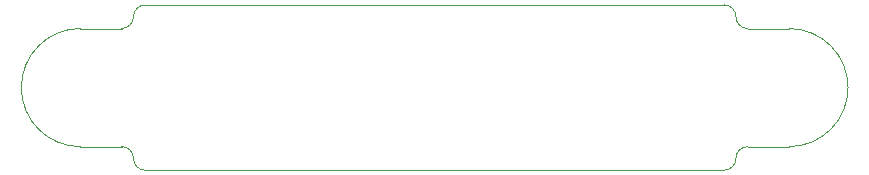
<source format=gm1>
G04 #@! TF.GenerationSoftware,KiCad,Pcbnew,6.0.4-6f826c9f35~116~ubuntu20.04.1*
G04 #@! TF.CreationDate,2022-05-04T20:07:56+01:00*
G04 #@! TF.ProjectId,boostAAA,626f6f73-7441-4414-912e-6b696361645f,rev?*
G04 #@! TF.SameCoordinates,Original*
G04 #@! TF.FileFunction,Profile,NP*
%FSLAX46Y46*%
G04 Gerber Fmt 4.6, Leading zero omitted, Abs format (unit mm)*
G04 Created by KiCad (PCBNEW 6.0.4-6f826c9f35~116~ubuntu20.04.1) date 2022-05-04 20:07:56*
%MOMM*%
%LPD*%
G01*
G04 APERTURE LIST*
G04 #@! TA.AperFunction,Profile*
%ADD10C,0.100000*%
G04 #@! TD*
G04 APERTURE END LIST*
D10*
X105000000Y-80000000D02*
X101500000Y-80000000D01*
X45000000Y-70000000D02*
X48500000Y-70000000D01*
X75000000Y-68000000D02*
X99500000Y-68000000D01*
X101500000Y-70000000D02*
X105000000Y-70000000D01*
X48500000Y-70000000D02*
G75*
G03*
X49500000Y-69000000I0J1000000D01*
G01*
X75000000Y-82000000D02*
X50500000Y-82000000D01*
X100500000Y-69000000D02*
G75*
G03*
X101500000Y-70000000I1000000J0D01*
G01*
X101500000Y-80000000D02*
G75*
G03*
X100500000Y-81000000I0J-1000000D01*
G01*
X48500000Y-80000000D02*
X45000000Y-80000000D01*
X49500000Y-81000000D02*
G75*
G03*
X50500000Y-82000000I1000000J0D01*
G01*
X50500000Y-68000000D02*
X75000000Y-68000000D01*
X105000000Y-80000000D02*
G75*
G03*
X105000000Y-70000000I0J5000000D01*
G01*
X49500000Y-81000000D02*
G75*
G03*
X48500000Y-80000000I-1000000J0D01*
G01*
X100500000Y-69000000D02*
G75*
G03*
X99500000Y-68000000I-1000000J0D01*
G01*
X99500000Y-82000000D02*
G75*
G03*
X100500000Y-81000000I0J1000000D01*
G01*
X99500000Y-82000000D02*
X75000000Y-82000000D01*
X45000000Y-70000000D02*
G75*
G03*
X45000000Y-80000000I0J-5000000D01*
G01*
X50500000Y-68000000D02*
G75*
G03*
X49500000Y-69000000I0J-1000000D01*
G01*
M02*

</source>
